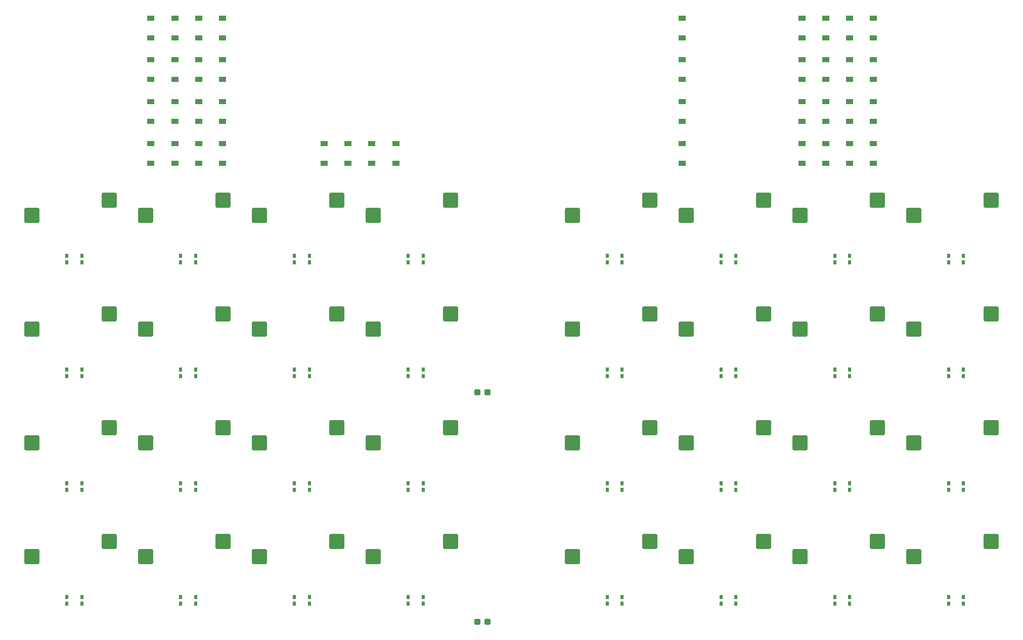
<source format=gbr>
%TF.GenerationSoftware,KiCad,Pcbnew,(6.0.1)*%
%TF.CreationDate,2022-06-19T08:49:54+09:00*%
%TF.ProjectId,yuiop32dm-main,7975696f-7033-4326-946d-2d6d61696e2e,1*%
%TF.SameCoordinates,Original*%
%TF.FileFunction,Paste,Bot*%
%TF.FilePolarity,Positive*%
%FSLAX46Y46*%
G04 Gerber Fmt 4.6, Leading zero omitted, Abs format (unit mm)*
G04 Created by KiCad (PCBNEW (6.0.1)) date 2022-06-19 08:49:54*
%MOMM*%
%LPD*%
G01*
G04 APERTURE LIST*
G04 Aperture macros list*
%AMRoundRect*
0 Rectangle with rounded corners*
0 $1 Rounding radius*
0 $2 $3 $4 $5 $6 $7 $8 $9 X,Y pos of 4 corners*
0 Add a 4 corners polygon primitive as box body*
4,1,4,$2,$3,$4,$5,$6,$7,$8,$9,$2,$3,0*
0 Add four circle primitives for the rounded corners*
1,1,$1+$1,$2,$3*
1,1,$1+$1,$4,$5*
1,1,$1+$1,$6,$7*
1,1,$1+$1,$8,$9*
0 Add four rect primitives between the rounded corners*
20,1,$1+$1,$2,$3,$4,$5,0*
20,1,$1+$1,$4,$5,$6,$7,0*
20,1,$1+$1,$6,$7,$8,$9,0*
20,1,$1+$1,$8,$9,$2,$3,0*%
G04 Aperture macros list end*
%ADD10RoundRect,0.250000X-1.025000X-1.000000X1.025000X-1.000000X1.025000X1.000000X-1.025000X1.000000X0*%
%ADD11R,1.200000X0.900000*%
%ADD12R,0.600000X0.700000*%
%ADD13RoundRect,0.237500X0.300000X0.237500X-0.300000X0.237500X-0.300000X-0.237500X0.300000X-0.237500X0*%
G04 APERTURE END LIST*
D10*
%TO.C,KSW14*%
X197683750Y-125560000D03*
X210610750Y-123020000D03*
%TD*%
D11*
%TO.C,D30*%
X97000000Y-59650000D03*
X97000000Y-56350000D03*
%TD*%
%TO.C,D7*%
X202000000Y-45650000D03*
X202000000Y-42350000D03*
%TD*%
D12*
%TO.C,LED20*%
X165418750Y-113262500D03*
X165418750Y-114362500D03*
X167918750Y-114362500D03*
X167918750Y-113262500D03*
%TD*%
D11*
%TO.C,D39*%
X122000000Y-59650000D03*
X122000000Y-56350000D03*
%TD*%
D12*
%TO.C,LED15*%
X206018750Y-95312500D03*
X206018750Y-94212500D03*
X203518750Y-94212500D03*
X203518750Y-95312500D03*
%TD*%
D10*
%TO.C,KSW8*%
X159583750Y-87460000D03*
X172510750Y-84920000D03*
%TD*%
D12*
%TO.C,LED19*%
X184468750Y-113262500D03*
X184468750Y-114362500D03*
X186968750Y-114362500D03*
X186968750Y-113262500D03*
%TD*%
D11*
%TO.C,D25*%
X101000000Y-52650000D03*
X101000000Y-49350000D03*
%TD*%
%TO.C,D17*%
X101000000Y-38650000D03*
X101000000Y-35350000D03*
%TD*%
%TO.C,D23*%
X93000000Y-45650000D03*
X93000000Y-42350000D03*
%TD*%
D12*
%TO.C,LED1*%
X222568750Y-75162500D03*
X222568750Y-76262500D03*
X225068750Y-76262500D03*
X225068750Y-75162500D03*
%TD*%
D11*
%TO.C,D19*%
X93000000Y-38650000D03*
X93000000Y-35350000D03*
%TD*%
%TO.C,D1*%
X210000000Y-38650000D03*
X210000000Y-35350000D03*
%TD*%
%TO.C,D14*%
X206000000Y-59650000D03*
X206000000Y-56350000D03*
%TD*%
%TO.C,D40*%
X118000000Y-59650000D03*
X118000000Y-56350000D03*
%TD*%
%TO.C,D16*%
X198000000Y-59650000D03*
X198000000Y-56350000D03*
%TD*%
%TO.C,D38*%
X126000000Y-59650000D03*
X126000000Y-56350000D03*
%TD*%
D12*
%TO.C,LED9*%
X77431250Y-95312500D03*
X77431250Y-94212500D03*
X74931250Y-94212500D03*
X74931250Y-95312500D03*
%TD*%
D11*
%TO.C,D33*%
X178000000Y-38650000D03*
X178000000Y-35350000D03*
%TD*%
D10*
%TO.C,KSW9*%
X216733750Y-106510000D03*
X229660750Y-103970000D03*
%TD*%
%TO.C,KSW5*%
X216733750Y-87460000D03*
X229660750Y-84920000D03*
%TD*%
D11*
%TO.C,D28*%
X89000000Y-52650000D03*
X89000000Y-49350000D03*
%TD*%
D12*
%TO.C,LED13*%
X167918750Y-95312500D03*
X167918750Y-94212500D03*
X165418750Y-94212500D03*
X165418750Y-95312500D03*
%TD*%
D10*
%TO.C,KSW3*%
X178633750Y-68410000D03*
X191560750Y-65870000D03*
%TD*%
%TO.C,KSW26*%
X107196250Y-106510000D03*
X120123250Y-103970000D03*
%TD*%
D11*
%TO.C,D9*%
X210000000Y-52650000D03*
X210000000Y-49350000D03*
%TD*%
D10*
%TO.C,KSW24*%
X69096250Y-87460000D03*
X82023250Y-84920000D03*
%TD*%
D12*
%TO.C,LED6*%
X113031250Y-75162500D03*
X113031250Y-76262500D03*
X115531250Y-76262500D03*
X115531250Y-75162500D03*
%TD*%
D10*
%TO.C,KSW15*%
X178633750Y-125560000D03*
X191560750Y-123020000D03*
%TD*%
%TO.C,KSW29*%
X126246250Y-125560000D03*
X139173250Y-123020000D03*
%TD*%
%TO.C,KSW23*%
X88146250Y-87460000D03*
X101073250Y-84920000D03*
%TD*%
D12*
%TO.C,LED12*%
X134581250Y-95312500D03*
X134581250Y-94212500D03*
X132081250Y-94212500D03*
X132081250Y-95312500D03*
%TD*%
D10*
%TO.C,KSW21*%
X126246250Y-87460000D03*
X139173250Y-84920000D03*
%TD*%
D12*
%TO.C,LED26*%
X96481250Y-133412500D03*
X96481250Y-132312500D03*
X93981250Y-132312500D03*
X93981250Y-133412500D03*
%TD*%
D10*
%TO.C,KSW19*%
X88146250Y-68410000D03*
X101073250Y-65870000D03*
%TD*%
D12*
%TO.C,LED25*%
X77431250Y-133412500D03*
X77431250Y-132312500D03*
X74931250Y-132312500D03*
X74931250Y-133412500D03*
%TD*%
D10*
%TO.C,KSW30*%
X107196250Y-125560000D03*
X120123250Y-123020000D03*
%TD*%
D11*
%TO.C,D32*%
X89000000Y-59650000D03*
X89000000Y-56350000D03*
%TD*%
D10*
%TO.C,KSW20*%
X69096250Y-68410000D03*
X82023250Y-65870000D03*
%TD*%
D11*
%TO.C,D12*%
X198000000Y-52650000D03*
X198000000Y-49350000D03*
%TD*%
%TO.C,D22*%
X97000000Y-45650000D03*
X97000000Y-42350000D03*
%TD*%
D10*
%TO.C,KSW10*%
X197683750Y-106510000D03*
X210610750Y-103970000D03*
%TD*%
%TO.C,KSW7*%
X178633750Y-87460000D03*
X191560750Y-84920000D03*
%TD*%
%TO.C,KSW13*%
X216733750Y-125560000D03*
X229660750Y-123020000D03*
%TD*%
%TO.C,KSW18*%
X107196250Y-68410000D03*
X120123250Y-65870000D03*
%TD*%
%TO.C,KSW1*%
X216733750Y-68410000D03*
X229660750Y-65870000D03*
%TD*%
D12*
%TO.C,LED17*%
X222568750Y-113262500D03*
X222568750Y-114362500D03*
X225068750Y-114362500D03*
X225068750Y-113262500D03*
%TD*%
D10*
%TO.C,KSW4*%
X159583750Y-68410000D03*
X172510750Y-65870000D03*
%TD*%
D11*
%TO.C,D4*%
X198000000Y-38650000D03*
X198000000Y-35350000D03*
%TD*%
D10*
%TO.C,KSW32*%
X69096250Y-125560000D03*
X82023250Y-123020000D03*
%TD*%
D11*
%TO.C,D27*%
X93000000Y-52650000D03*
X93000000Y-49350000D03*
%TD*%
%TO.C,D36*%
X178000000Y-59650000D03*
X178000000Y-56350000D03*
%TD*%
D12*
%TO.C,LED8*%
X74931250Y-75162500D03*
X74931250Y-76262500D03*
X77431250Y-76262500D03*
X77431250Y-75162500D03*
%TD*%
%TO.C,LED4*%
X165418750Y-75162500D03*
X165418750Y-76262500D03*
X167918750Y-76262500D03*
X167918750Y-75162500D03*
%TD*%
%TO.C,LED3*%
X184468750Y-75162500D03*
X184468750Y-76262500D03*
X186968750Y-76262500D03*
X186968750Y-75162500D03*
%TD*%
%TO.C,LED23*%
X93981250Y-113262500D03*
X93981250Y-114362500D03*
X96481250Y-114362500D03*
X96481250Y-113262500D03*
%TD*%
%TO.C,LED10*%
X96481250Y-95312500D03*
X96481250Y-94212500D03*
X93981250Y-94212500D03*
X93981250Y-95312500D03*
%TD*%
%TO.C,LED28*%
X134581250Y-133412500D03*
X134581250Y-132312500D03*
X132081250Y-132312500D03*
X132081250Y-133412500D03*
%TD*%
D10*
%TO.C,KSW31*%
X88146250Y-125560000D03*
X101073250Y-123020000D03*
%TD*%
D12*
%TO.C,LED24*%
X74931250Y-113262500D03*
X74931250Y-114362500D03*
X77431250Y-114362500D03*
X77431250Y-113262500D03*
%TD*%
D10*
%TO.C,KSW11*%
X178633750Y-106510000D03*
X191560750Y-103970000D03*
%TD*%
D11*
%TO.C,D21*%
X101000000Y-45650000D03*
X101000000Y-42350000D03*
%TD*%
%TO.C,D34*%
X178000000Y-45650000D03*
X178000000Y-42350000D03*
%TD*%
%TO.C,D31*%
X93000000Y-59650000D03*
X93000000Y-56350000D03*
%TD*%
%TO.C,D15*%
X202000000Y-59650000D03*
X202000000Y-56350000D03*
%TD*%
%TO.C,D29*%
X101000000Y-59650000D03*
X101000000Y-56350000D03*
%TD*%
D12*
%TO.C,LED7*%
X93981250Y-75162500D03*
X93981250Y-76262500D03*
X96481250Y-76262500D03*
X96481250Y-75162500D03*
%TD*%
D11*
%TO.C,D35*%
X178000000Y-52650000D03*
X178000000Y-49350000D03*
%TD*%
%TO.C,D13*%
X210000000Y-59650000D03*
X210000000Y-56350000D03*
%TD*%
D10*
%TO.C,KSW2*%
X197683750Y-68410000D03*
X210610750Y-65870000D03*
%TD*%
D12*
%TO.C,LED5*%
X132081250Y-75162500D03*
X132081250Y-76262500D03*
X134581250Y-76262500D03*
X134581250Y-75162500D03*
%TD*%
D10*
%TO.C,KSW25*%
X126246250Y-106510000D03*
X139173250Y-103970000D03*
%TD*%
%TO.C,KSW27*%
X88146250Y-106510000D03*
X101073250Y-103970000D03*
%TD*%
D12*
%TO.C,LED29*%
X167918750Y-133412500D03*
X167918750Y-132312500D03*
X165418750Y-132312500D03*
X165418750Y-133412500D03*
%TD*%
%TO.C,LED30*%
X186968750Y-133412500D03*
X186968750Y-132312500D03*
X184468750Y-132312500D03*
X184468750Y-133412500D03*
%TD*%
D10*
%TO.C,KSW28*%
X69096250Y-106510000D03*
X82023250Y-103970000D03*
%TD*%
D12*
%TO.C,LED2*%
X203518750Y-75162500D03*
X203518750Y-76262500D03*
X206018750Y-76262500D03*
X206018750Y-75162500D03*
%TD*%
D11*
%TO.C,D37*%
X130000000Y-59650000D03*
X130000000Y-56350000D03*
%TD*%
D12*
%TO.C,LED11*%
X115531250Y-95312500D03*
X115531250Y-94212500D03*
X113031250Y-94212500D03*
X113031250Y-95312500D03*
%TD*%
D11*
%TO.C,D11*%
X202000000Y-52650000D03*
X202000000Y-49350000D03*
%TD*%
%TO.C,D5*%
X210000000Y-45650000D03*
X210000000Y-42350000D03*
%TD*%
%TO.C,D8*%
X198000000Y-45650000D03*
X198000000Y-42350000D03*
%TD*%
%TO.C,D2*%
X206000000Y-38650000D03*
X206000000Y-35350000D03*
%TD*%
D12*
%TO.C,LED27*%
X115531250Y-133412500D03*
X115531250Y-132312500D03*
X113031250Y-132312500D03*
X113031250Y-133412500D03*
%TD*%
%TO.C,LED18*%
X203518750Y-113262500D03*
X203518750Y-114362500D03*
X206018750Y-114362500D03*
X206018750Y-113262500D03*
%TD*%
D11*
%TO.C,D26*%
X97000000Y-52650000D03*
X97000000Y-49350000D03*
%TD*%
%TO.C,D24*%
X89000000Y-45650000D03*
X89000000Y-42350000D03*
%TD*%
D12*
%TO.C,LED16*%
X225068750Y-95312500D03*
X225068750Y-94212500D03*
X222568750Y-94212500D03*
X222568750Y-95312500D03*
%TD*%
D10*
%TO.C,KSW12*%
X159583750Y-106510000D03*
X172510750Y-103970000D03*
%TD*%
D11*
%TO.C,D3*%
X202000000Y-38650000D03*
X202000000Y-35350000D03*
%TD*%
D10*
%TO.C,KSW22*%
X107196250Y-87460000D03*
X120123250Y-84920000D03*
%TD*%
%TO.C,KSW16*%
X159583750Y-125560000D03*
X172510750Y-123020000D03*
%TD*%
D11*
%TO.C,D20*%
X89000000Y-38650000D03*
X89000000Y-35350000D03*
%TD*%
D10*
%TO.C,KSW17*%
X126246250Y-68410000D03*
X139173250Y-65870000D03*
%TD*%
D12*
%TO.C,LED31*%
X206018750Y-133412500D03*
X206018750Y-132312500D03*
X203518750Y-132312500D03*
X203518750Y-133412500D03*
%TD*%
%TO.C,LED21*%
X132081250Y-113262500D03*
X132081250Y-114362500D03*
X134581250Y-114362500D03*
X134581250Y-113262500D03*
%TD*%
D10*
%TO.C,KSW6*%
X197683750Y-87460000D03*
X210610750Y-84920000D03*
%TD*%
D11*
%TO.C,D10*%
X206000000Y-52650000D03*
X206000000Y-49350000D03*
%TD*%
D12*
%TO.C,LED32*%
X225068750Y-133412500D03*
X225068750Y-132312500D03*
X222568750Y-132312500D03*
X222568750Y-133412500D03*
%TD*%
%TO.C,LED22*%
X113031250Y-113262500D03*
X113031250Y-114362500D03*
X115531250Y-114362500D03*
X115531250Y-113262500D03*
%TD*%
%TO.C,LED14*%
X186968750Y-95312500D03*
X186968750Y-94212500D03*
X184468750Y-94212500D03*
X184468750Y-95312500D03*
%TD*%
D11*
%TO.C,D6*%
X206000000Y-45650000D03*
X206000000Y-42350000D03*
%TD*%
%TO.C,D18*%
X97000000Y-38650000D03*
X97000000Y-35350000D03*
%TD*%
D13*
%TO.C,C2*%
X145362500Y-98000000D03*
X143637500Y-98000000D03*
%TD*%
%TO.C,C1*%
X145362500Y-136500000D03*
X143637500Y-136500000D03*
%TD*%
M02*

</source>
